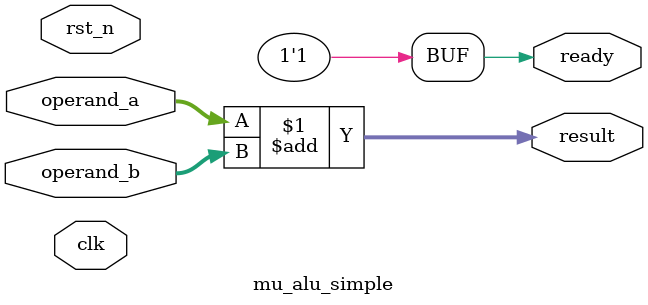
<source format=v>

module mu_alu_simple (
    input wire clk,
    input wire rst_n,
    
    input wire [31:0] operand_a,
    input wire [31:0] operand_b,
    
    output wire [31:0] result,
    output wire ready
);

// Simple combinational adder (synthesis-friendly)
assign result = operand_a + operand_b;
assign ready = 1'b1;  // Always ready for simple operations

endmodule

</source>
